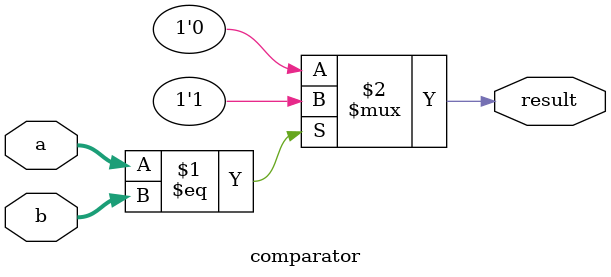
<source format=v>
module comparator(a,b,result);

input[2:0] a,b;
output result;

assign result = (a==b)?1'b1:1'b0;

endmodule
</source>
